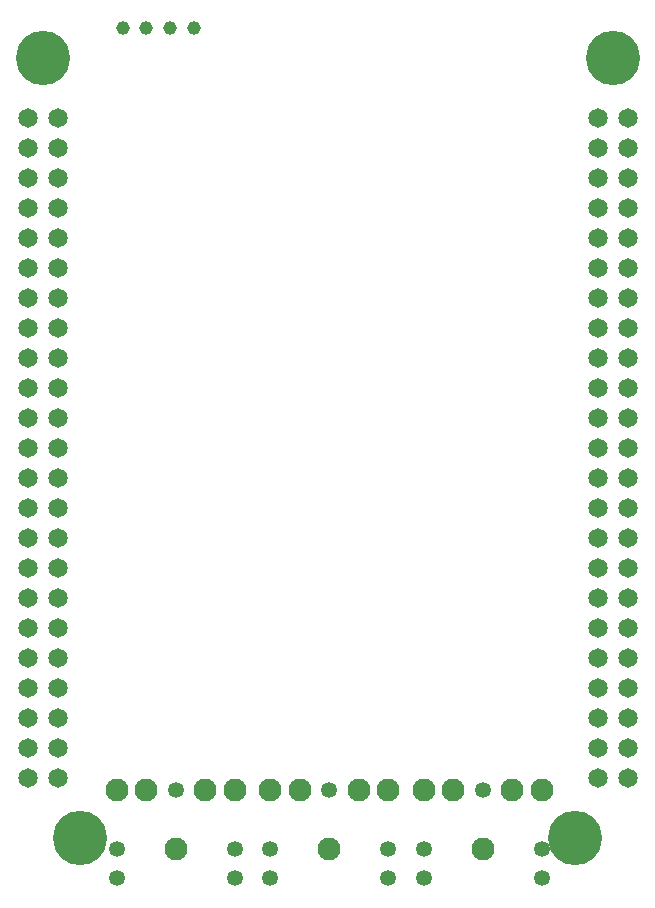
<source format=gbs>
G04 (created by PCBNEW-RS274X (2012-05-21 BZR 3261)-stable) date Thu 30 May 2013 05:43:25 PM PDT*
G01*
G70*
G90*
%MOIN*%
G04 Gerber Fmt 3.4, Leading zero omitted, Abs format*
%FSLAX34Y34*%
G04 APERTURE LIST*
%ADD10C,0.008000*%
%ADD11C,0.045400*%
%ADD12C,0.076900*%
%ADD13C,0.053200*%
%ADD14C,0.065100*%
%ADD15C,0.181000*%
G04 APERTURE END LIST*
G54D10*
G54D11*
X29528Y-28740D03*
X28740Y-28740D03*
X27953Y-28740D03*
G54D12*
X37203Y-54133D03*
X41141Y-54133D03*
X39172Y-56102D03*
G54D13*
X39172Y-54133D03*
X37203Y-56102D03*
X41141Y-56102D03*
X37203Y-57086D03*
X41141Y-57086D03*
G54D12*
X40156Y-54133D03*
X38188Y-54133D03*
X26968Y-54134D03*
X30906Y-54134D03*
X28937Y-56103D03*
G54D13*
X28937Y-54134D03*
X26968Y-56103D03*
X30906Y-56103D03*
X26968Y-57087D03*
X30906Y-57087D03*
G54D12*
X29921Y-54134D03*
X27953Y-54134D03*
X32086Y-54133D03*
X36024Y-54133D03*
X34055Y-56102D03*
G54D13*
X34055Y-54133D03*
X32086Y-56102D03*
X36024Y-56102D03*
X32086Y-57086D03*
X36024Y-57086D03*
G54D12*
X35039Y-54133D03*
X33071Y-54133D03*
G54D14*
X24000Y-31750D03*
X25000Y-31750D03*
X24000Y-32750D03*
X25000Y-32750D03*
X24000Y-33750D03*
X25000Y-33750D03*
X24000Y-34750D03*
X25000Y-34750D03*
X24000Y-35750D03*
X25000Y-35750D03*
X24000Y-36750D03*
X25000Y-36750D03*
X24000Y-37750D03*
X25000Y-37750D03*
X24000Y-38750D03*
X25000Y-38750D03*
X24000Y-39750D03*
X25000Y-39750D03*
X24000Y-40750D03*
X25000Y-40750D03*
X24000Y-41750D03*
X25000Y-41750D03*
X24000Y-42750D03*
X25000Y-42750D03*
X24000Y-43750D03*
X25000Y-43750D03*
X24000Y-44750D03*
X25000Y-44750D03*
X24000Y-45750D03*
X25000Y-45750D03*
X24000Y-46750D03*
X25000Y-46750D03*
X24000Y-47750D03*
X25000Y-47750D03*
X24000Y-48750D03*
X25000Y-48750D03*
X24000Y-49750D03*
X25000Y-49750D03*
X24000Y-50750D03*
X25000Y-50750D03*
X24000Y-51750D03*
X25000Y-51750D03*
X24000Y-52750D03*
X25000Y-52750D03*
X24000Y-53750D03*
X25000Y-53750D03*
X43000Y-31750D03*
X44000Y-31750D03*
X43000Y-32750D03*
X44000Y-32750D03*
X43000Y-33750D03*
X44000Y-33750D03*
X43000Y-34750D03*
X44000Y-34750D03*
X43000Y-35750D03*
X44000Y-35750D03*
X43000Y-36750D03*
X44000Y-36750D03*
X43000Y-37750D03*
X44000Y-37750D03*
X43000Y-38750D03*
X44000Y-38750D03*
X43000Y-39750D03*
X44000Y-39750D03*
X43000Y-40750D03*
X44000Y-40750D03*
X43000Y-41750D03*
X44000Y-41750D03*
X43000Y-42750D03*
X44000Y-42750D03*
X43000Y-43750D03*
X44000Y-43750D03*
X43000Y-44750D03*
X44000Y-44750D03*
X43000Y-45750D03*
X44000Y-45750D03*
X43000Y-46750D03*
X44000Y-46750D03*
X43000Y-47750D03*
X44000Y-47750D03*
X43000Y-48750D03*
X44000Y-48750D03*
X43000Y-49750D03*
X44000Y-49750D03*
X43000Y-50750D03*
X44000Y-50750D03*
X43000Y-51750D03*
X44000Y-51750D03*
X43000Y-52750D03*
X44000Y-52750D03*
X43000Y-53750D03*
X44000Y-53750D03*
G54D15*
X24500Y-29750D03*
X43500Y-29750D03*
X25750Y-55750D03*
X42250Y-55750D03*
G54D11*
X27165Y-28740D03*
M02*

</source>
